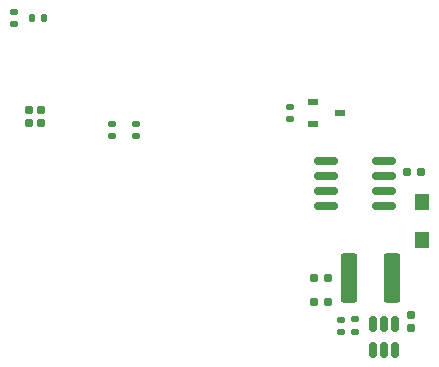
<source format=gbr>
%TF.GenerationSoftware,KiCad,Pcbnew,9.0.6*%
%TF.CreationDate,2025-12-01T23:04:51-05:00*%
%TF.ProjectId,ESP32C6-2,45535033-3243-4362-9d32-2e6b69636164,rev?*%
%TF.SameCoordinates,Original*%
%TF.FileFunction,Paste,Top*%
%TF.FilePolarity,Positive*%
%FSLAX46Y46*%
G04 Gerber Fmt 4.6, Leading zero omitted, Abs format (unit mm)*
G04 Created by KiCad (PCBNEW 9.0.6) date 2025-12-01 23:04:51*
%MOMM*%
%LPD*%
G01*
G04 APERTURE LIST*
G04 Aperture macros list*
%AMRoundRect*
0 Rectangle with rounded corners*
0 $1 Rounding radius*
0 $2 $3 $4 $5 $6 $7 $8 $9 X,Y pos of 4 corners*
0 Add a 4 corners polygon primitive as box body*
4,1,4,$2,$3,$4,$5,$6,$7,$8,$9,$2,$3,0*
0 Add four circle primitives for the rounded corners*
1,1,$1+$1,$2,$3*
1,1,$1+$1,$4,$5*
1,1,$1+$1,$6,$7*
1,1,$1+$1,$8,$9*
0 Add four rect primitives between the rounded corners*
20,1,$1+$1,$2,$3,$4,$5,0*
20,1,$1+$1,$4,$5,$6,$7,0*
20,1,$1+$1,$6,$7,$8,$9,0*
20,1,$1+$1,$8,$9,$2,$3,0*%
G04 Aperture macros list end*
%ADD10R,1.219000X1.400000*%
%ADD11RoundRect,0.155000X0.212500X0.155000X-0.212500X0.155000X-0.212500X-0.155000X0.212500X-0.155000X0*%
%ADD12RoundRect,0.135000X0.185000X-0.135000X0.185000X0.135000X-0.185000X0.135000X-0.185000X-0.135000X0*%
%ADD13RoundRect,0.135000X-0.135000X-0.185000X0.135000X-0.185000X0.135000X0.185000X-0.135000X0.185000X0*%
%ADD14RoundRect,0.155000X0.155000X-0.212500X0.155000X0.212500X-0.155000X0.212500X-0.155000X-0.212500X0*%
%ADD15RoundRect,0.249999X-0.450001X-1.850001X0.450001X-1.850001X0.450001X1.850001X-0.450001X1.850001X0*%
%ADD16RoundRect,0.135000X-0.185000X0.135000X-0.185000X-0.135000X0.185000X-0.135000X0.185000X0.135000X0*%
%ADD17RoundRect,0.155000X-0.155000X0.212500X-0.155000X-0.212500X0.155000X-0.212500X0.155000X0.212500X0*%
%ADD18RoundRect,0.150000X0.825000X0.150000X-0.825000X0.150000X-0.825000X-0.150000X0.825000X-0.150000X0*%
%ADD19RoundRect,0.150000X-0.150000X0.512500X-0.150000X-0.512500X0.150000X-0.512500X0.150000X0.512500X0*%
%ADD20R,0.901700X0.482600*%
G04 APERTURE END LIST*
D10*
%TO.C,TVS1*%
X150192818Y-66807182D03*
X150192818Y-63607182D03*
%TD*%
D11*
%TO.C,C6*%
X148957500Y-61000000D03*
X150092500Y-61000000D03*
%TD*%
D12*
%TO.C,R2*%
X123985387Y-57967654D03*
X123985387Y-56947654D03*
%TD*%
D13*
%TO.C,R5*%
X117170000Y-48000000D03*
X118190000Y-48000000D03*
%TD*%
D14*
%TO.C,C4*%
X116945985Y-56907291D03*
X116945985Y-55772291D03*
%TD*%
D15*
%TO.C,L1*%
X144000000Y-70000000D03*
X147700000Y-70000000D03*
%TD*%
D16*
%TO.C,R8*%
X143370781Y-73549833D03*
X143370781Y-74569833D03*
%TD*%
D11*
%TO.C,C5*%
X142226383Y-72000000D03*
X141091383Y-72000000D03*
%TD*%
D17*
%TO.C,C2*%
X149302617Y-73129883D03*
X149302617Y-74264883D03*
%TD*%
D12*
%TO.C,R7*%
X144534671Y-74536340D03*
X144534671Y-73516340D03*
%TD*%
D16*
%TO.C,R6*%
X115680000Y-47490000D03*
X115680000Y-48510000D03*
%TD*%
D14*
%TO.C,C7*%
X117945985Y-56907291D03*
X117945985Y-55772291D03*
%TD*%
D16*
%TO.C,R3*%
X139000000Y-55490000D03*
X139000000Y-56510000D03*
%TD*%
D18*
%TO.C,U2*%
X147000000Y-63905000D03*
X147000000Y-62635000D03*
X147000000Y-61365000D03*
X147000000Y-60095000D03*
X142050000Y-60095000D03*
X142050000Y-61365000D03*
X142050000Y-62635000D03*
X142050000Y-63905000D03*
%TD*%
D16*
%TO.C,R1*%
X125985387Y-56947654D03*
X125985387Y-57967654D03*
%TD*%
D19*
%TO.C,U3*%
X147950000Y-73862500D03*
X147000000Y-73862500D03*
X146050000Y-73862500D03*
X146050000Y-76137500D03*
X147000000Y-76137500D03*
X147950000Y-76137500D03*
%TD*%
D11*
%TO.C,C3*%
X142226383Y-70000000D03*
X141091383Y-70000000D03*
%TD*%
D20*
%TO.C,CR1*%
X141000000Y-55099998D03*
X141000000Y-57000000D03*
X143298700Y-56049999D03*
%TD*%
M02*

</source>
